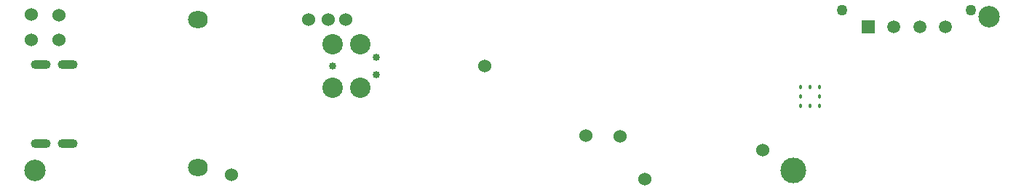
<source format=gbr>
%TF.GenerationSoftware,Altium Limited,Altium Designer,19.0.15 (446)*%
G04 Layer_Color=255*
%FSLAX26Y26*%
%MOIN*%
%TF.FileFunction,Pads,Bot*%
%TF.Part,Single*%
G01*
G75*
%TA.AperFunction,ComponentPad*%
G04:AMPARAMS|DCode=65|XSize=39.37mil|YSize=90.551mil|CornerRadius=19.685mil|HoleSize=0mil|Usage=FLASHONLY|Rotation=270.000|XOffset=0mil|YOffset=0mil|HoleType=Round|Shape=RoundedRectangle|*
%AMROUNDEDRECTD65*
21,1,0.039370,0.051181,0,0,270.0*
21,1,0.000000,0.090551,0,0,270.0*
1,1,0.039370,-0.025591,0.000000*
1,1,0.039370,-0.025591,0.000000*
1,1,0.039370,0.025591,0.000000*
1,1,0.039370,0.025591,0.000000*
%
%ADD65ROUNDEDRECTD65*%
%ADD66C,0.059843*%
%ADD67C,0.050000*%
%ADD68R,0.059843X0.059843*%
%TA.AperFunction,ViaPad*%
%ADD69C,0.060000*%
%ADD70C,0.098425*%
%TA.AperFunction,ComponentPad*%
%ADD71C,0.093504*%
%ADD72C,0.033465*%
%ADD73O,0.090551X0.078740*%
%ADD74C,0.060000*%
%ADD75C,0.118110*%
%ADD76C,0.018000*%
D65*
X626016Y965000D02*
D03*
X502000D02*
D03*
X626016Y598858D02*
D03*
X502000D02*
D03*
D66*
X4645221Y1138000D02*
D03*
X4527110D02*
D03*
X4409000D02*
D03*
D67*
X4763331Y1215165D02*
D03*
X4172780D02*
D03*
D68*
X4290890Y1138000D02*
D03*
D69*
X3808858Y569500D02*
D03*
X3267000Y438000D02*
D03*
X3155260Y634000D02*
D03*
X1375000Y458035D02*
D03*
X2997780Y635858D02*
D03*
D70*
X476000Y476000D02*
D03*
X4846000Y1183000D02*
D03*
D71*
X1840000Y858000D02*
D03*
X1965000D02*
D03*
Y1058000D02*
D03*
X1840000D02*
D03*
D72*
Y958000D02*
D03*
X2040000Y998000D02*
D03*
Y918000D02*
D03*
D73*
X1222819Y1170551D02*
D03*
Y489449D02*
D03*
D74*
X458000Y1077441D02*
D03*
Y1193000D02*
D03*
X584000Y1191964D02*
D03*
X2534000Y957000D02*
D03*
X584000Y1077441D02*
D03*
X1900000Y1172000D02*
D03*
X1817000D02*
D03*
X1729000D02*
D03*
D75*
X3947922Y477000D02*
D03*
D76*
X4068583Y860433D02*
D03*
Y773819D02*
D03*
X3981968Y860433D02*
D03*
Y773819D02*
D03*
X4025276Y860433D02*
D03*
X4068583Y817126D02*
D03*
X3981968D02*
D03*
X4025276Y774803D02*
D03*
%TF.MD5,8c7c0567eab2fd5bc5c32dac2ec48355*%
M02*

</source>
